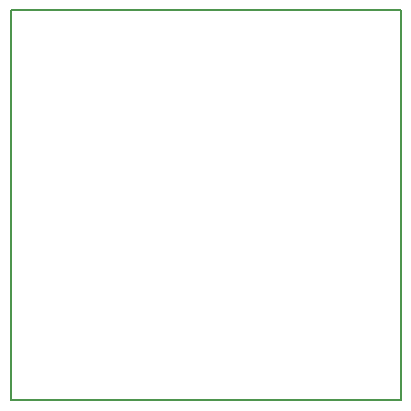
<source format=gbr>
G04 DipTrace 3.3.1.1*
G04 BoardOutline.gbr*
%MOIN*%
G04 #@! TF.FileFunction,Profile*
G04 #@! TF.Part,Single*
%ADD11C,0.005512*%
%FSLAX26Y26*%
G04*
G70*
G90*
G75*
G01*
G04 BoardOutline*
%LPD*%
X393701Y1693701D2*
D11*
Y393701D1*
X1693701D1*
Y1693701D1*
X393701D1*
M02*

</source>
